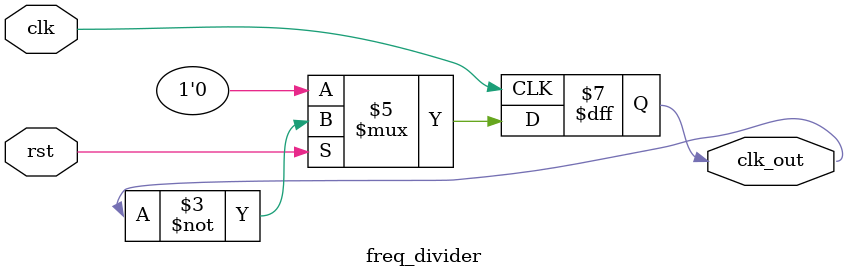
<source format=v>
`timescale 1ns / 1ps


module freq_divider(
    input clk,rst,
    output reg clk_out
    );
    always@(posedge clk)
    if(!rst)
    clk_out<=1'b0;
    else
    clk_out<=~clk_out;
endmodule

</source>
